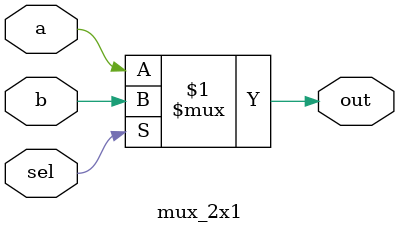
<source format=v>

module mux_512x1 (in,sel,out);
input [511:0] in;
input [8:0]sel;
output out;
wire out0_w, out1_w;

mux_256x1 m512_0(.in(in[255:0]),.sel(sel[7:0]),.out(out0_w));
mux_256x1 m512_1(.in(in[511:256]),.sel(sel[7:0]),.out(out1_w));
mux_2x1 m512_2(.a(out0_w),.b(out1_w),.sel(sel[8]),.out(out));

endmodule

module mux_256x1 (in,sel,out);
input [255:0] in;
input [7:0]sel;
output out;
wire out0_w, out1_w;

mux_128x1 m256_0(.in(in[127:0]),.sel(sel[6:0]),.out(out0_w));
mux_128x1 m256_1(.in(in[255:128]),.sel(sel[6:0]),.out(out1_w));
mux_2x1 m256_2(.a(out0_w),.b(out1_w),.sel(sel[7]),.out(out));

endmodule

module mux_128x1 (in,sel,out);
input [127:0] in;
input [6:0]sel;
output out;
wire out0_w, out1_w;

mux_64x1 m128_0(.in(in[63:0]),.sel(sel[5:0]),.out(out0_w));
mux_64x1 m128_1(.in(in[127:64]),.sel(sel[5:0]),.out(out1_w));
mux_2x1 m128_2(.a(out0_w),.b(out1_w),.sel(sel[6]),.out(out));

endmodule

module mux_64x1 (in,sel,out);
input [63:0] in;
input [5:0]sel;
output out;
wire out0_w, out1_w;

mux_32x1 m64_0(.in(in[31:0]),.sel(sel[4:0]),.out(out0_w));
mux_32x1 m64_1(.in(in[63:32]),.sel(sel[4:0]),.out(out1_w));
mux_2x1 m64_2(.a(out0_w),.b(out1_w),.sel(sel[5]),.out(out));

endmodule

module mux_32x1 (in,sel,out);
input [31:0] in;
input [4:0]sel;
output out;
wire out0_w, out1_w;

mux_16x1 m32_0(.in(in[15:0]),.sel(sel[3:0]),.out(out0_w));
mux_16x1 m32_1(.in(in[31:16]),.sel(sel[3:0]),.out(out1_w));
mux_2x1 m32_2(.a(out0_w),.b(out1_w),.sel(sel[4]),.out(out));

endmodule

module mux_16x1 (in,sel,out);
input [15:0] in;
input [3:0]sel;
output out;
wire out0_w, out1_w;

mux_8x1 m16_0(.in(in[7:0]),.sel(sel[2:0]),.out(out0_w));
mux_8x1 m16_1(.in(in[15:8]),.sel(sel[2:0]),.out(out1_w));
mux_2x1 m16_2(.a(out0_w),.b(out1_w),.sel(sel[3]),.out(out));

endmodule

module mux_8x1 (in,sel,out);
input [7:0] in;
input [2:0]sel;
output out;
wire out0_w, out1_w;

mux_4x1 m8_0(.in(in[3:0]),.sel(sel[1:0]),.out(out0_w));
mux_4x1 m8_1(.in(in[7:4]),.sel(sel[1:0]),.out(out1_w));
mux_2x1 m8_2(.a(out0_w),.b(out1_w),.sel(sel[2]),.out(out));

endmodule

module mux_4x1 (in,sel,out);
input [3:0] in;
input [1:0]sel;
output out;
wire out0_w, out1_w;

mux_2x1 m4_0(.a(in[0]),.b(in[1]),.sel(sel[0]),.out(out0_w));
mux_2x1 m4_1(.a(in[2]),.b(in[3]),.sel(sel[0]),.out(out1_w));
mux_2x1 m4_2(.a(out0_w),.b(out1_w),.sel(sel[1]),.out(out));

endmodule 

module mux_2x1 (a,b,sel,out);
input a,b;
input sel;
output out;

assign out = sel ? b : a;

endmodule 
</source>
